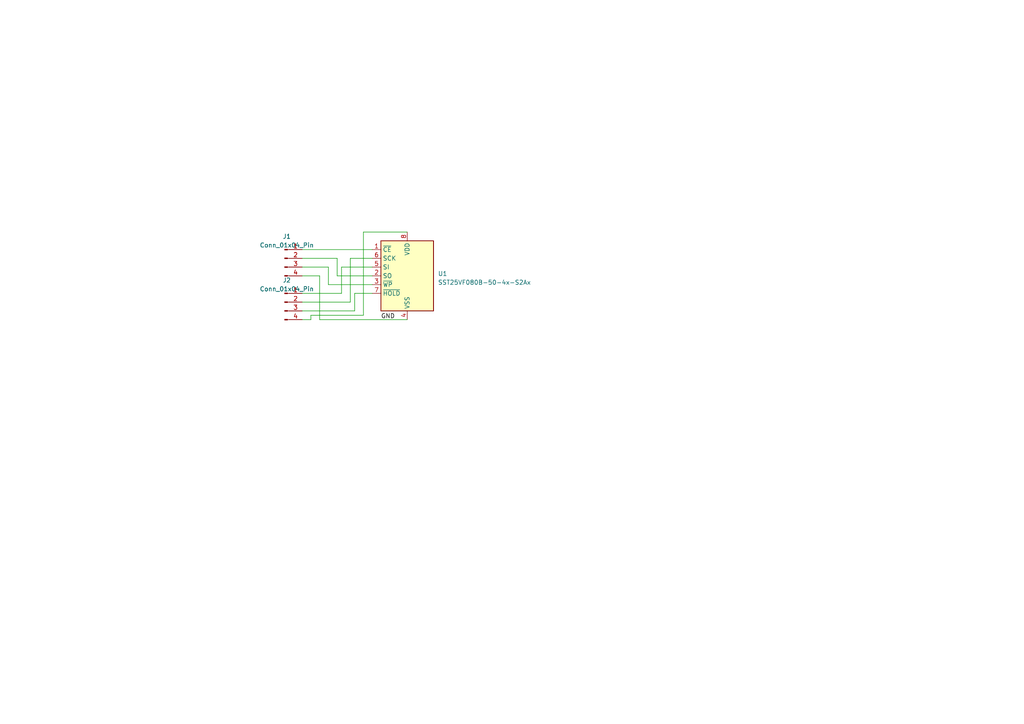
<source format=kicad_sch>
(kicad_sch (version 20230121) (generator eeschema)
  (paper "A4")
  (lib_symbols
    (symbol "Connector:Conn_01x04_Pin" (pin_names (offset 1.016) hide)
      (property "Reference" "J" (at 0 5.08 0))
      (property "Value" "Conn_01x04_Pin" (at 0 -7.62 0))
      (symbol "Conn_01x04_Pin_1_1"
        (polyline (pts (xy 1.27 -5.08) (xy 0.8636 -5.08)) (stroke (width 0.1524)))
        (polyline (pts (xy 1.27 -2.54) (xy 0.8636 -2.54)) (stroke (width 0.1524)))
        (polyline (pts (xy 1.27 0) (xy 0.8636 0)) (stroke (width 0.1524)))
        (polyline (pts (xy 1.27 2.54) (xy 0.8636 2.54)) (stroke (width 0.1524)))
        (rectangle (start 0.8636 -4.953) (end 0 -5.207) (stroke (width 0.1524)) (fill (type outline)))
        (rectangle (start 0.8636 -2.413) (end 0 -2.667) (stroke (width 0.1524)) (fill (type outline)))
        (rectangle (start 0.8636 0.127) (end 0 -0.127) (stroke (width 0.1524)) (fill (type outline)))
        (rectangle (start 0.8636 2.667) (end 0 2.413) (stroke (width 0.1524)) (fill (type outline)))
        (pin passive line (at 5.08 2.54 180) (length 3.81) (name "Pin_1") (number "1"))
        (pin passive line (at 5.08 0 180) (length 3.81) (name "Pin_2") (number "2"))
        (pin passive line (at 5.08 -2.54 180) (length 3.81) (name "Pin_3") (number "3"))
        (pin passive line (at 5.08 -5.08 180) (length 3.81) (name "Pin_4") (number "4"))
      )
    )
    (symbol "Memory_Flash:SST25VF080B-50-4x-S2Ax"
      (property "Reference" "U" (at -6.35 11.43 0))
      (property "Value" "SST25VF080B-50-4x-S2Ax" (at 13.97 11.43 0))
      (symbol "SST25VF080B-50-4x-S2Ax_0_1"
        (rectangle (start -7.62 10.16) (end 7.62 -10.16) (stroke (width 0.254)) (fill (type background)))
      )
      (symbol "SST25VF080B-50-4x-S2Ax_1_1"
        (pin input line (at -10.16 7.62 0) (length 2.54) (name "~{CE}") (number "1"))
        (pin output line (at -10.16 0 0) (length 2.54) (name "SO") (number "2"))
        (pin input line (at -10.16 -2.54 0) (length 2.54) (name "~{WP}") (number "3"))
        (pin power_in line (at 0 -12.7 90) (length 2.54) (name "VSS") (number "4"))
        (pin input line (at -10.16 2.54 0) (length 2.54) (name "SI") (number "5"))
        (pin input line (at -10.16 5.08 0) (length 2.54) (name "SCK") (number "6"))
        (pin input line (at -10.16 -5.08 0) (length 2.54) (name "~{HOLD}") (number "7"))
        (pin power_in line (at 0 12.7 270) (length 2.54) (name "VDD") (number "8"))
      )
    )
  )
  (wire (pts (xy 105.41 91.44) (xy 90.17 91.44)))
  (wire (pts (xy 118.11 67.31) (xy 105.41 67.31)))
  (wire (pts (xy 99.06 77.47) (xy 99.06 85.09)))
  (wire (pts (xy 107.95 80.01) (xy 97.79 80.01)))
  (wire (pts (xy 97.79 80.01) (xy 97.79 74.93)))
  (wire (pts (xy 107.95 74.93) (xy 101.6 74.93)))
  (wire (pts (xy 95.25 82.55) (xy 95.25 77.47)))
  (wire (pts (xy 97.79 74.93) (xy 87.63 74.93)))
  (wire (pts (xy 90.17 92.71) (xy 87.63 92.71)))
  (wire (pts (xy 92.71 80.01) (xy 87.63 80.01)))
  (wire (pts (xy 99.06 85.09) (xy 87.63 85.09)))
  (wire (pts (xy 118.11 92.71) (xy 92.71 92.71)))
  (wire (pts (xy 105.41 67.31) (xy 105.41 91.44)))
  (wire (pts (xy 101.6 74.93) (xy 101.6 87.63)))
  (wire (pts (xy 102.87 90.17) (xy 87.63 90.17)))
  (wire (pts (xy 87.63 72.39) (xy 107.95 72.39)))
  (wire (pts (xy 107.95 82.55) (xy 95.25 82.55)))
  (wire (pts (xy 102.87 85.09) (xy 102.87 90.17)))
  (wire (pts (xy 107.95 77.47) (xy 99.06 77.47)))
  (wire (pts (xy 90.17 91.44) (xy 90.17 92.71)))
  (wire (pts (xy 92.71 92.71) (xy 92.71 80.01)))
  (wire (pts (xy 107.95 85.09) (xy 102.87 85.09)))
  (wire (pts (xy 101.6 87.63) (xy 87.63 87.63)))
  (wire (pts (xy 95.25 77.47) (xy 87.63 77.47)))
  (label "GND" (at 110.49 92.71 0))
  (symbol (lib_id "Connector:Conn_01x04_Pin") (at 82.55 74.93 0) (unit 1)
    (property "Reference" "J1" (at 83.185 68.58 0))
    (property "Value" "Conn_01x04_Pin" (at 83.185 71.12 0))
    (property "Footprint" "Connector_PinHeader_2.54mm:PinHeader_1x04_P2.54mm_Vertical" (effects hide))
  )
  (symbol (lib_id "Memory_Flash:SST25VF080B-50-4x-S2Ax") (at 118.11 80.01 0) (unit 1)
    (property "Reference" "U1" (at 127 79.375 0) (effects (justify left)))
    (property "Value" "SST25VF080B-50-4x-S2Ax" (at 127 81.915 0) (effects (justify left)))
    (property "Footprint" "Package_SO:SOIC-8_5.275x5.275mm_P1.27mm" (effects hide))
    (property "Datasheet" "http://ww1.microchip.com/downloads/en/DeviceDoc/20005045C.pdf" (effects hide))
  )
  (symbol (lib_id "Connector:Conn_01x04_Pin") (at 82.55 87.63 0) (unit 1)
    (property "Reference" "J2" (at 83.185 81.28 0))
    (property "Value" "Conn_01x04_Pin" (at 83.185 83.82 0))
    (property "Footprint" "Connector_PinHeader_2.54mm:PinHeader_1x04_P2.54mm_Vertical" (effects hide))
  )
)
</source>
